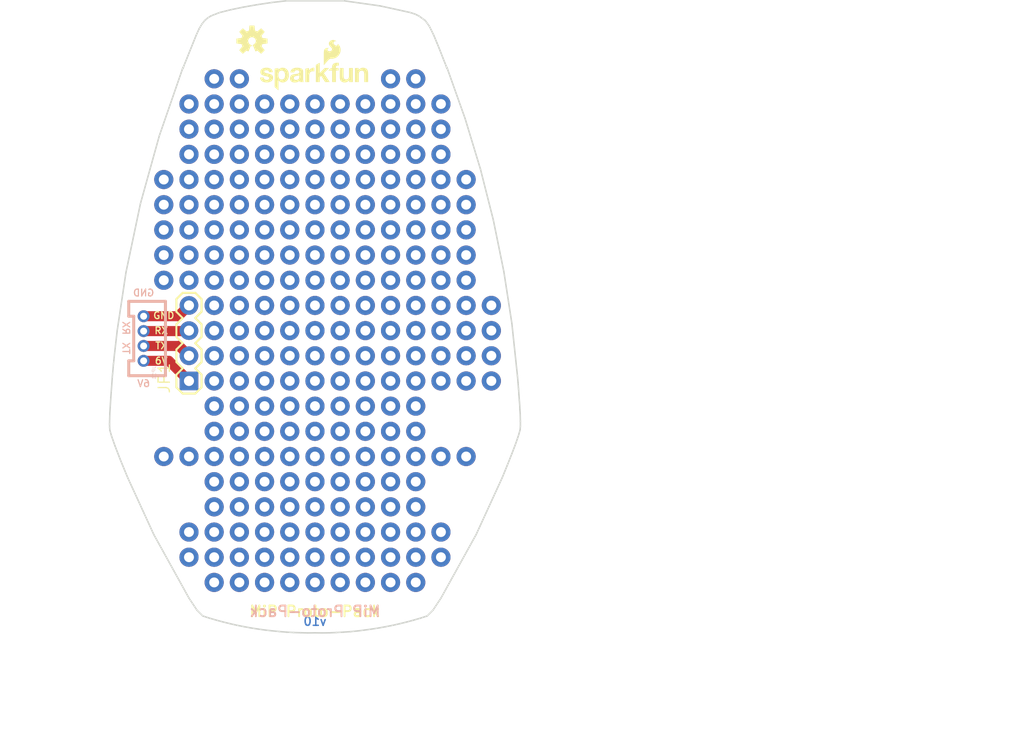
<source format=kicad_pcb>
(kicad_pcb (version 20211014) (generator pcbnew)
  (layers (0 "F.Cu" signal) (1 "In1.Cu" signal) (2 "In2.Cu" signal) (31 "B.Cu" signal) (34 "B.Paste" user) (35 "F.Paste" user) (36 "B.SilkS" user "B.Silkscreen") (37 "F.SilkS" user "F.Silkscreen") (38 "B.Mask" user) (39 "F.Mask" user) (44 "Edge.Cuts" user))
  (net 0 "")
  (net 1 "6V")
  (net 2 "TX")
  (net 3 "RX")
  (net 4 "GND")
  (net 5 "N$5")
  (net 6 "N$6")
  (net 7 "N$7")
  (net 8 "N$8")
  (net 9 "N$9")
  (net 10 "N$10")
  (net 11 "N$11")
  (net 12 "N$12")
  (net 13 "N$13")
  (net 14 "N$15")
  (net 15 "N$16")
  (net 16 "N$17")
  (net 17 "N$18")
  (net 18 "N$19")
  (net 19 "N$20")
  (net 20 "N$21")
  (net 21 "N$22")
  (net 22 "N$23")
  (net 23 "N$24")
  (net 24 "N$25")
  (net 25 "N$26")
  (net 26 "N$27")
  (net 27 "N$28")
  (net 28 "N$29")
  (net 29 "N$30")
  (net 30 "N$31")
  (net 31 "N$32")
  (net 32 "N$33")
  (net 33 "N$34")
  (net 34 "N$35")
  (net 35 "N$36")
  (net 36 "N$37")
  (net 37 "N$38")
  (net 38 "N$39")
  (net 39 "N$40")
  (net 40 "N$41")
  (net 41 "N$42")
  (net 42 "N$43")
  (net 43 "N$44")
  (net 44 "N$45")
  (net 45 "N$46")
  (net 46 "N$47")
  (net 47 "N$48")
  (net 48 "N$49")
  (net 49 "N$50")
  (net 50 "N$51")
  (net 51 "N$52")
  (net 52 "N$53")
  (net 53 "N$54")
  (net 54 "N$55")
  (net 55 "N$56")
  (net 56 "N$57")
  (net 57 "N$58")
  (net 58 "N$59")
  (net 59 "N$60")
  (net 60 "N$61")
  (net 61 "N$62")
  (net 62 "N$63")
  (net 63 "N$64")
  (net 64 "N$65")
  (net 65 "N$66")
  (net 66 "N$67")
  (net 67 "N$68")
  (net 68 "N$69")
  (net 69 "N$70")
  (net 70 "N$71")
  (net 71 "N$72")
  (net 72 "N$73")
  (net 73 "N$74")
  (net 74 "N$75")
  (net 75 "N$76")
  (net 76 "N$77")
  (net 77 "N$78")
  (net 78 "N$79")
  (net 79 "N$80")
  (net 80 "N$81")
  (net 81 "N$82")
  (net 82 "N$83")
  (net 83 "N$84")
  (net 84 "N$85")
  (net 85 "N$86")
  (net 86 "N$87")
  (net 87 "N$88")
  (net 88 "N$89")
  (net 89 "N$90")
  (net 90 "N$91")
  (net 91 "N$92")
  (net 92 "N$93")
  (net 93 "N$94")
  (net 94 "N$95")
  (net 95 "N$96")
  (net 96 "N$97")
  (net 97 "N$98")
  (net 98 "N$99")
  (net 99 "N$100")
  (net 100 "N$101")
  (net 101 "N$102")
  (net 102 "N$103")
  (net 103 "N$104")
  (net 104 "N$105")
  (net 105 "N$106")
  (net 106 "N$107")
  (net 107 "N$108")
  (net 108 "N$109")
  (net 109 "N$110")
  (net 110 "N$111")
  (net 111 "N$112")
  (net 112 "N$113")
  (net 113 "N$114")
  (net 114 "N$115")
  (net 115 "N$116")
  (net 116 "N$117")
  (net 117 "N$118")
  (net 118 "N$119")
  (net 119 "N$120")
  (net 120 "N$121")
  (net 121 "N$122")
  (net 122 "N$123")
  (net 123 "N$124")
  (net 124 "N$125")
  (net 125 "N$126")
  (net 126 "N$127")
  (net 127 "N$128")
  (net 128 "N$129")
  (net 129 "N$130")
  (net 130 "N$131")
  (net 131 "N$132")
  (net 132 "N$133")
  (net 133 "N$134")
  (net 134 "N$135")
  (net 135 "N$136")
  (net 136 "N$137")
  (net 137 "N$138")
  (net 138 "N$139")
  (net 139 "N$140")
  (net 140 "N$141")
  (net 141 "N$142")
  (net 142 "N$143")
  (net 143 "N$144")
  (net 144 "N$145")
  (net 145 "N$146")
  (net 146 "N$147")
  (net 147 "N$148")
  (net 148 "N$149")
  (net 149 "N$150")
  (net 150 "N$151")
  (net 151 "N$152")
  (net 152 "N$153")
  (net 153 "N$154")
  (net 154 "N$155")
  (net 155 "N$156")
  (net 156 "N$157")
  (net 157 "N$158")
  (net 158 "N$159")
  (net 159 "N$160")
  (net 160 "N$161")
  (net 161 "N$162")
  (net 162 "N$163")
  (net 163 "N$164")
  (net 164 "N$165")
  (net 165 "N$166")
  (net 166 "N$167")
  (net 167 "N$168")
  (net 168 "N$169")
  (net 169 "N$170")
  (net 170 "N$177")
  (net 171 "N$178")
  (net 172 "N$179")
  (net 173 "N$180")
  (net 174 "N$181")
  (net 175 "N$182")
  (net 176 "N$183")
  (net 177 "N$184")
  (net 178 "N$185")
  (net 179 "N$186")
  (net 180 "N$187")
  (net 181 "N$188")
  (net 182 "N$189")
  (net 183 "N$190")
  (net 184 "N$191")
  (net 185 "N$192")
  (net 186 "N$193")
  (net 187 "N$194")
  (net 188 "N$195")
  (net 189 "N$196")
  (net 190 "N$197")
  (net 191 "N$198")
  (net 192 "N$199")
  (net 193 "N$200")
  (net 194 "N$201")
  (net 195 "N$202")
  (net 196 "N$203")
  (net 197 "N$204")
  (net 198 "N$205")
  (net 199 "N$206")
  (net 200 "N$207")
  (net 201 "N$208")
  (net 202 "N$209")
  (net 203 "N$210")
  (net 204 "N$211")
  (net 205 "N$212")
  (net 206 "N$213")
  (net 207 "N$214")
  (net 208 "N$215")
  (net 209 "N$216")
  (net 210 "N$217")
  (net 211 "N$218")
  (net 212 "N$219")
  (net 213 "N$220")
  (net 214 "N$221")
  (net 215 "N$222")
  (net 216 "N$223")
  (net 217 "N$224")
  (net 218 "N$225")
  (net 219 "N$226")
  (net 220 "N$227")
  (net 221 "N$228")
  (net 222 "N$229")
  (net 223 "N$230")
  (net 224 "N$231")
  (net 225 "N$232")
  (net 226 "N$233")
  (net 227 "N$234")
  (net 228 "N$235")
  (net 229 "N$236")
  (net 230 "N$239")
  (net 231 "N$249")
  (net 232 "N$250")
  (net 233 "N$251")
  (net 234 "N$252")
  (footprint "" (layer "F.Cu") (at 156.2725 77.1318)
    (fp_text reference "@HOLE1" hide)
    (fp_text value "" (at 0 0) (layer "F.SilkS") (effects (font (size 1.27 1.27))))
    (pad "" np_thru_hole circle (at 0 0) (size 3.2 3.2) (drill 3.2) (layers *.Cu *.Mask))
  )
  (footprint "" (layer "F.Cu") (at 162.7749 115.435)
    (fp_text reference "@HOLE2" hide)
    (fp_text value "" (at 0 0) (layer "F.SilkS") (effects (font (size 1.27 1.27))))
    (pad "" np_thru_hole circle (at 0 0) (size 3.2 3.2) (drill 3.2) (layers *.Cu *.Mask))
  )
  (footprint "" (layer "F.Cu") (at 132.9807 123.1058)
    (fp_text reference "@HOLE3" hide)
    (fp_text value "" (at 0 0) (layer "F.SilkS") (effects (font (size 1.27 1.27))))
    (pad "" np_thru_hole circle (at 0 0) (size 3.2 3.2) (drill 3.2) (layers *.Cu *.Mask))
  )
  (footprint "boardEagle:SFE_LOGO_NAME_FLAME_.1" (layer "F.Cu") (at 142.5311 82.2626)
    (fp_text reference "LOGO1" hide)
    (fp_text value "SFE_LOGO_NAME_FLAME.1_INCH" hide)
  )
  (footprint "boardEagle:OSHW-LOGO-S" (layer "F.Cu") (at 142.1501 77.1826)
    (fp_text reference "LOGO2" hide)
    (fp_text value "OSHW-LOGOS" hide)
  )
  (footprint "" (layer "F.Cu") (at 148.5001 75.6078)
    (fp_text reference "@HOLE0" hide)
    (fp_text value "" (at 0 0) (layer "F.SilkS") (effects (font (size 1.27 1.27))))
    (pad "" np_thru_hole circle (at 0 0) (size 3.2 3.2) (drill 3.2) (layers *.Cu *.Mask))
  )
  (footprint "boardEagle:1X04" (layer "F.Cu") (at 135.8001 111.4726 90)
    (fp_text reference "JP1" (at -1.3462 -1.8288 90) (layer "F.SilkS") (effects (font (size 1.143 1.143) (thickness 0.127)) (justify left bottom)))
    (fp_text value "")
    (pad "1" thru_hole rect (at 0 0 180) (size 1.8796 1.8796) (drill 1.016) (layers *.Cu *.Mask) (net 1 "6V"))
    (pad "2" thru_hole circle (at 2.54 0 180) (size 1.8796 1.8796) (drill 1.016) (layers *.Cu *.Mask) (net 2 "TX"))
    (pad "3" thru_hole circle (at 5.08 0 180) (size 1.8796 1.8796) (drill 1.016) (layers *.Cu *.Mask) (net 3 "RX"))
    (pad "4" thru_hole circle (at 7.62 0 180) (size 1.8796 1.8796) (drill 1.016) (layers *.Cu *.Mask) (net 4 "GND"))
  )
  (footprint "" (layer "F.Cu") (at 164.0195 123.1058)
    (fp_text reference "@HOLE4" hide)
    (fp_text value "" (at 0 0) (layer "F.SilkS") (effects (font (size 1.27 1.27))))
    (pad "" np_thru_hole circle (at 0 0) (size 3.2 3.2) (drill 3.2) (layers *.Cu *.Mask))
  )
  (footprint "" (layer "F.Cu") (at 134.2761 115.435)
    (fp_text reference "@HOLE5" hide)
    (fp_text value "" (at 0 0) (layer "F.SilkS") (effects (font (size 1.27 1.27))))
    (pad "" np_thru_hole circle (at 0 0) (size 3.2 3.2) (drill 3.2) (layers *.Cu *.Mask))
  )
  (footprint "boardEagle:CREATIVE_COMMONS" (layer "F.Cu") (at 137.0701 147.0326)
    (fp_text reference "FRAME1" hide)
    (fp_text value "FRAME-LETTER" hide)
  )
  (footprint "boardEagle:1X04-1.5MM_JST" (layer "B.Cu") (at 131.2281 109.4406 90)
    (fp_text reference "JP11" (at -0.508 1.27 270) (layer "B.SilkS") (effects (font (size 0.373888 0.373888) (thickness 0.032512)) (justify left bottom mirror)))
    (fp_text value "")
    (pad "1" thru_hole circle (at 0 0 90) (size 1.208 1.208) (drill 0.7) (layers *.Cu *.Mask) (net 1 "6V"))
    (pad "2" thru_hole circle (at 1.5 0 90) (size 1.208 1.208) (drill 0.7) (layers *.Cu *.Mask) (net 2 "TX"))
    (pad "3" thru_hole circle (at 3 0 90) (size 1.208 1.208) (drill 0.7) (layers *.Cu *.Mask) (net 3 "RX"))
    (pad "4" thru_hole circle (at 4.5 0 90) (size 1.208 1.208) (drill 0.7) (layers *.Cu *.Mask) (net 4 "GND"))
  )
  (gr_line (start 169.1811 116.3886) (end 169.2111 116.0486) (layer "Edge.Cuts") (width 0.153))
  (gr_line (start 151.3911 73.1186) (end 145.6611 73.1186) (layer "Edge.Cuts") (width 0.153))
  (gr_line (start 169.1011 113.4086) (end 169.0611 112.8586) (layer "Edge.Cuts") (width 0.153))
  (gr_line (start 135.2111 79.8786) (end 135.2011 79.8886) (layer "Edge.Cuts") (width 0.153))
  (gr_line (start 160.8011 77.3786) (end 160.4711 76.5886) (layer "Edge.Cuts") (width 0.153))
  (gr_line (start 147.0611 136.8686) (end 147.7811 136.8886) (layer "Edge.Cuts") (width 0.153))
  (gr_line (start 160.0311 75.6886) (end 159.6211 75.1186) (layer "Edge.Cuts") (width 0.153))
  (gr_line (start 137.1111 75.4586) (end 136.8211 75.9486) (layer "Edge.Cuts") (width 0.153))
  (gr_line (start 156.3511 136.1186) (end 157.0511 135.9586) (layer "Edge.Cuts") (width 0.153))
  (gr_line (start 161.7911 79.8786) (end 161.7811 79.8586) (layer "Edge.Cuts") (width 0.153))
  (gr_line (start 128.3411 118.0186) (end 128.8811 119.4186) (layer "Edge.Cuts") (width 0.153))
  (gr_line (start 164.7511 126.9586) (end 167.3811 121.2186) (layer "Edge.Cuts") (width 0.153))
  (gr_line (start 137.8711 135.3986) (end 138.5611 135.5986) (layer "Edge.Cuts") (width 0.153))
  (gr_line (start 169.1911 114.7786) (end 169.1611 114.3686) (layer "Edge.Cuts") (width 0.153))
  (gr_line (start 145.6611 73.1186) (end 144.1111 73.2986) (layer "Edge.Cuts") (width 0.153))
  (gr_line (start 169.1411 113.9086) (end 169.1011 113.4086) (layer "Edge.Cuts") (width 0.153))
  (gr_line (start 168.7011 117.8886) (end 168.9011 117.3186) (layer "Edge.Cuts") (width 0.153))
  (gr_line (start 169.0511 116.8586) (end 169.1811 116.3886) (layer "Edge.Cuts") (width 0.153))
  (gr_line (start 152.8011 136.6886) (end 153.5111 136.5986) (layer "Edge.Cuts") (width 0.153))
  (gr_line (start 135.2311 79.8186) (end 135.2311 79.8286) (layer "Edge.Cuts") (width 0.153))
  (gr_line (start 135.2411 79.7986) (end 135.2311 79.8186) (layer "Edge.Cuts") (width 0.153))
  (gr_line (start 158.5711 74.4586) (end 158.1211 74.3086) (layer "Edge.Cuts") (width 0.153))
  (gr_line (start 161.4311 78.9686) (end 161.1211 78.1686) (layer "Edge.Cuts") (width 0.153))
  (gr_line (start 136.6111 134.5986) (end 137.1911 135.1786) (layer "Edge.Cuts") (width 0.153))
  (gr_line (start 163.6411 85.0186) (end 161.8611 80.0086) (layer "Edge.Cuts") (width 0.153))
  (gr_line (start 143.4811 136.5986) (end 144.2011 136.6786) (layer "Edge.Cuts") (width 0.153))
  (gr_line (start 161.8111 79.9086) (end 161.8011 79.8886) (layer "Edge.Cuts") (width 0.153))
  (gr_line (start 128.1011 110.7486) (end 128.0711 111.0986) (layer "Edge.Cuts") (width 0.153))
  (gr_line (start 161.8111 79.9186) (end 161.8111 79.9086) (layer "Edge.Cuts") (width 0.153))
  (gr_line (start 135.2311 79.8286) (end 135.2211 79.8486) (layer "Edge.Cuts") (width 0.153))
  (gr_line (start 161.7511 79.7886) (end 161.7511 79.7686) (layer "Edge.Cuts") (width 0.153))
  (gr_line (start 161.8011 79.8886) (end 161.7911 79.8786) (layer "Edge.Cuts") (width 0.153))
  (gr_line (start 136.5311 76.5886) (end 135.2511 79.7686) (layer "Edge.Cuts") (width 0.153))
  (gr_line (start 140.6511 136.1186) (end 141.3611 136.2586) (layer "Edge.Cuts") (width 0.153))
  (gr_line (start 160.4711 76.5886) (end 160.0311 75.6886) (layer "Edge.Cuts") (width 0.153))
  (gr_line (start 128.1611 110.0686) (end 128.1011 110.7486) (layer "Edge.Cuts") (width 0.153))
  (gr_line (start 159.6211 75.1186) (end 158.9711 74.6486) (layer "Edge.Cuts") (width 0.153))
  (gr_line (start 127.8011 116.1786) (end 127.8211 116.4186) (layer "Edge.Cuts") (width 0.153))
  (gr_line (start 137.1911 135.1786) (end 137.8711 135.3986) (layer "Edge.Cuts") (width 0.153))
  (gr_line (start 161.7811 79.8586) (end 161.7811 79.8486) (layer "Edge.Cuts") (width 0.153))
  (gr_line (start 142.7711 136.4986) (end 143.4811 136.5986) (layer "Edge.Cuts") (width 0.153))
  (gr_line (start 140.0411 74.0186) (end 138.8811 74.3086) (layer "Edge.Cuts") (width 0.153))
  (gr_line (start 161.7511 79.7686) (end 161.4311 78.9686) (layer "Edge.Cuts") (width 0.153))
  (gr_line (start 146.3511 136.8486) (end 147.0611 136.8686) (layer "Edge.Cuts") (width 0.153))
  (gr_line (start 169.2111 115.5286) (end 169.1911 114.7786) (layer "Edge.Cuts") (width 0.153))
  (gr_line (start 161.8511 79.9886) (end 161.8411 79.9786) (layer "Edge.Cuts") (width 0.153))
  (gr_line (start 135.2511 79.7886) (end 135.2411 79.7986) (layer "Edge.Cuts") (width 0.153))
  (gr_line (start 137.3911 75.1086) (end 137.1111 75.4586) (layer "Edge.Cuts") (width 0.153))
  (gr_line (start 169.2111 116.0486) (end 169.2111 115.5286) (layer "Edge.Cuts") (width 0.153))
  (gr_line (start 166.4811 95.2386) (end 165.1811 90.0986) (layer "Edge.Cuts") (width 0.153))
  (gr_line (start 141.3611 136.2586) (end 142.0611 136.3886) (layer "Edge.Cuts") (width 0.153))
  (gr_line (start 135.1611 79.9586) (end 135.1511 79.9786) (layer "Edge.Cuts") (width 0.153))
  (gr_line (start 135.2111 79.8586) (end 135.2111 79.8786) (layer "Edge.Cuts") (width 0.153))
  (gr_line (start 168.3511 105.6786) (end 167.5411 100.4386) (layer "Edge.Cuts") (width 0.153))
  (gr_line (start 161.7811 79.8486) (end 161.7711 79.8286) (layer "Edge.Cuts") (width 0.153))
  (gr_line (start 129.6211 121.2186) (end 132.2511 126.9586) (layer "Edge.Cuts") (width 0.153))
  (gr_line (start 150.6511 136.8486) (end 151.3711 136.8086) (layer "Edge.Cuts") (width 0.153))
  (gr_line (start 161.1211 78.1686) (end 160.8011 77.3786) (layer "Edge.Cuts") (width 0.153))
  (gr_line (start 161.8311 79.9486) (end 161.8211 79.9286) (layer "Edge.Cuts") (width 0.153))
  (gr_line (start 167.5411 100.4386) (end 166.4811 95.2386) (layer "Edge.Cuts") (width 0.153))
  (gr_line (start 158.1211 74.3086) (end 155.0711 73.6386) (layer "Edge.Cuts") (width 0.153))
  (gr_line (start 138.0311 74.6386) (end 137.6811 74.8586) (layer "Edge.Cuts") (width 0.153))
  (gr_line (start 141.2911 73.7586) (end 140.0411 74.0186) (layer "Edge.Cuts") (width 0.153))
  (gr_line (start 135.1911 79.9086) (end 135.1911 79.9186) (layer "Edge.Cuts") (width 0.153))
  (gr_line (start 157.0511 135.9586) (end 157.7411 135.7886) (layer "Edge.Cuts") (width 0.153))
  (gr_line (start 128.1911 109.7186) (end 128.1611 110.0686) (layer "Edge.Cuts") (width 0.153))
  (gr_line (start 135.2511 79.7686) (end 135.2511 79.7886) (layer "Edge.Cuts") (width 0.153))
  (gr_line (start 161.7711 79.8286) (end 161.7711 79.8186) (layer "Edge.Cuts") (width 0.153))
  (gr_line (start 144.1111 73.2986) (end 142.6511 73.5186) (layer "Edge.Cuts") (width 0.153))
  (gr_line (start 127.9911 117.0186) (end 128.3411 118.0186) (layer "Edge.Cuts") (width 0.153))
  (gr_line (start 127.8211 116.4186) (end 127.9911 117.0186) (layer "Edge.Cuts") (width 0.153))
  (gr_line (start 127.9211 113.1486) (end 127.8211 114.7186) (layer "Edge.Cuts") (width 0.153))
  (gr_line (start 136.8211 75.9486) (end 136.5311 76.5886) (layer "Edge.Cuts") (width 0.153))
  (gr_line (start 149.2211 136.8886) (end 149.9411 136.8786) (layer "Edge.Cuts") (width 0.153))
  (gr_line (start 135.1811 79.9286) (end 135.1711 79.9486) (layer "Edge.Cuts") (width 0.153))
  (gr_line (start 139.2611 135.7886) (end 139.9511 135.9586) (layer "Edge.Cuts") (width 0.153))
  (gr_line (start 153.5111 136.5986) (end 154.2311 136.4986) (layer "Edge.Cuts") (width 0.153))
  (gr_line (start 128.2611 109.0386) (end 128.2311 109.3786) (layer "Edge.Cuts") (width 0.153))
  (gr_line (start 144.9111 136.7486) (end 145.6311 136.8086) (layer "Edge.Cuts") (width 0.153))
  (gr_line (start 139.9511 135.9586) (end 140.6511 136.1186) (layer "Edge.Cuts") (width 0.153))
  (gr_line (start 161.8211 79.9286) (end 161.8111 79.9186) (layer "Edge.Cuts") (width 0.153))
  (gr_line (start 158.9711 74.6486) (end 158.5711 74.4586) (layer "Edge.Cuts") (width 0.153))
  (gr_line (start 132.2511 126.9586) (end 135.8011 133.3786) (layer "Edge.Cuts") (width 0.153))
  (gr_line (start 135.8011 133.3786) (end 136.6111 134.5986) (layer "Edge.Cuts") (width 0.153))
  (gr_line (start 159.1311 135.3986) (end 159.8111 135.1786) (layer "Edge.Cuts") (width 0.153))
  (gr_line (start 137.6811 74.8586) (end 137.3911 75.1086) (layer "Edge.Cuts") (width 0.153))
  (gr_line (start 135.1411 80.0086) (end 132.8111 86.7386) (layer "Edge.Cuts") (width 0.153))
  (gr_line (start 168.9111 110.9486) (end 168.3511 105.6786) (layer "Edge.Cuts") (width 0.153))
  (gr_line (start 169.0611 112.8586) (end 169.0211 112.2686) (layer "Edge.Cuts") (width 0.153))
  (gr_line (start 165.1811 90.0986) (end 163.6411 85.0186) (layer "Edge.Cuts") (width 0.153))
  (gr_line (start 138.8811 74.3086) (end 138.0311 74.6386) (layer "Edge.Cuts") (width 0.153))
  (gr_line (start 161.2011 133.3786) (end 164.7511 126.9586) (layer "Edge.Cuts") (width 0.153))
  (gr_line (start 161.7611 79.7986) (end 161.7511 79.7886) (layer "Edge.Cuts") (width 0.153))
  (gr_line (start 135.2211 79.8486) (end 135.2111 79.8586) (layer "Edge.Cuts") (width 0.153))
  (gr_line (start 147.7811 136.8886) (end 148.5011 136.8786) (layer "Edge.Cuts") (width 0.153))
  (gr_line (start 159.8111 135.1786) (end 160.3911 134.5986) (layer "Edge.Cuts") (width 0.153))
  (gr_line (start 167.9111 119.9186) (end 168.3511 118.8086) (layer "Edge.Cuts") (width 0.153))
  (gr_line (start 161.8411 79.9586) (end 161.8311 79.9486) (layer "Edge.Cuts") (width 0.153))
  (gr_line (start 135.2011 79.8886) (end 135.1911 79.9086) (layer "Edge.Cuts") (width 0.153))
  (gr_line (start 127.8211 114.7186) (end 127.7911 115.8086) (layer "Edge.Cuts") (width 0.153))
  (gr_line (start 161.8611 80.0086) (end 161.8511 79.9886) (layer "Edge.Cuts") (width 0.153))
  (gr_line (start 168.3511 118.8086) (end 168.7011 117.8886) (layer "Edge.Cuts") (width 0.153))
  (gr_line (start 168.9711 111.6286) (end 168.9111 110.9486) (layer "Edge.Cuts") (width 0.153))
  (gr_line (start 154.9411 136.3886) (end 155.6411 136.2586) (layer "Edge.Cuts") (width 0.153))
  (gr_line (start 128.5611 106.4186) (end 128.2611 109.0386) (layer "Edge.Cuts") (width 0.153))
  (gr_line (start 161.7711 79.8186) (end 161.7611 79.7986) (layer "Edge.Cuts") (width 0.153))
  (gr_line (start 135.1711 79.9486) (end 135.1611 79.9586) (layer "Edge.Cuts") (width 0.153))
  (gr_line (start 127.7911 115.8086) (end 127.8011 116.1786) (layer "Edge.Cuts") (width 0.153))
  (gr_line (start 154.2311 136.4986) (end 154.9411 136.3886) (layer "Edge.Cuts") (width 0.153))
  (gr_line (start 144.2011 136.6786) (end 144.9111 136.7486) (layer "Edge.Cuts") (width 0.153))
  (gr_line (start 145.6311 136.8086) (end 146.3511 136.8486) (layer "Edge.Cuts") (width 0.153))
  (gr_line (start 167.3811 121.2186) (end 167.9111 119.9186) (layer "Edge.Cuts") (width 0.153))
  (gr_line (start 168.9011 117.3186) (end 169.0511 116.8586) (layer "Edge.Cuts") (width 0.153))
  (gr_line (start 169.0211 112.2686) (end 168.9711 111.6286) (layer "Edge.Cuts") (width 0.153))
  (gr_line (start 158.4411 135.5986) (end 159.1311 135.3986) (layer "Edge.Cuts") (width 0.153))
  (gr_line (start 157.7411 135.7886) (end 158.4411 135.5986) (layer "Edge.Cuts") (width 0.153))
  (gr_line (start 132.8111 86.7386) (end 130.9111 93.5686) (layer "Edge.Cuts") (width 0.153))
  (gr_line (start 142.0611 136.3886) (end 142.7711 136.4986) (layer "Edge.Cuts") (width 0.153))
  (gr_line (start 155.6411 136.2586) (end 156.3511 136.1186) (layer "Edge.Cuts") (width 0.153))
  (gr_line (start 135.1911 79.9186) (end 135.1811 79.9286) (layer "Edge.Cuts") (width 0.153))
  (gr_line (start 128.0711 111.0986) (end 127.9211 113.1486) (layer "Edge.Cuts") (width 0.153))
  (gr_line (start 129.4511 100.5086) (end 128.5611 106.4186) (layer "Edge.Cuts") (width 0.153))
  (gr_line (start 130.9111 93.5686) (end 129.4511 100.5086) (layer "Edge.Cuts") (width 0.153))
  (gr_line (start 148.5011 136.8786) (end 149.2211 136.8886) (layer "Edge.Cuts") (width 0.153))
  (gr_line (start 128.8811 119.4186) (end 129.6211 121.2186) (layer "Edge.Cuts") (width 0.153))
  (gr_line (start 160.3911 134.5986) (end 161.2011 133.3786) (layer "Edge.Cuts") (width 0.153))
  (gr_line (start 161.8411 79.9786) (end 161.8411 79.9586) (layer "Edge.Cuts") (width 0.153))
  (gr_line (start 169.1611 114.3686) (end 169.1411 113.9086) (layer "Edge.Cuts") (width 0.153))
  (gr_line (start 128.2311 109.3786) (end 128.1911 109.7186) (layer "Edge.Cuts") (width 0.153))
  (gr_line (start 135.1511 79.9786) (end 135.1511 79.9886) (layer "Edge.Cuts") (width 0.153))
  (gr_line (start 142.6511 73.5186) (end 141.2911 73.7586) (layer "Edge.Cuts") (width 0.153))
  (gr_line (start 138.5611 135.5986) (end 139.2611 135.7886) (layer "Edge.Cuts") (width 0.153))
  (gr_line (start 152.0911 136.7586) (end 152.8011 136.6886) (layer "Edge.Cuts") (width 0.153))
  (gr_line (start 149.9411 136.8786) (end 150.6511 136.8486) (layer "Edge.Cuts") (width 0.153))
  (gr_line (start 151.3711 136.8086) (end 152.0911 136.7586) (layer "Edge.Cuts") (width 0.153))
  (gr_line (start 135.1511 79.9886) (end 135.1411 80.0086) (layer "Edge.Cuts") (width 0.153))
  (gr_line (start 155.0711 73.6386) (end 151.3911 73.1186) (layer "Edge.Cuts") (width 0.153))
  (gr_text "v10" (at 148.5001 135.7296) (layer "B.Cu") (effects (font (size 0.8636 0.8636) (thickness 0.1524)) (justify mirror)))
  (gr_text "RX" (at 129.4501 106.1386 -90) (layer "B.SilkS") (effects (font (size 0.69088 0.69088) (thickness 0.12192)) (justify mirror)))
  (gr_text "MiP Proto-Pack" (at 148.5001 134.7136) (layer "B.SilkS") (effects (font (size 1.0795 1.0795) (thickness 0.1905)) (justify mirror)))
  (gr_text "6V" (at 131.2281 111.7266) (layer "B.SilkS") (effects (font (size 0.69088 0.69088) (thickness 0.12192)) (justify mirror)))
  (gr_text "GND" (at 131.2281 102.5826) (layer "B.SilkS") (effects (font (size 0.69088 0.69088) (thickness 0.12192)) (justify mirror)))
  (gr_text "TX" (at 129.4501 108.1706 -90) (layer "B.SilkS") (effects (font (size 0.69088 0.69088) (thickness 0.12192)) (justify mirror)))
  (gr_text "MiP Proto-Pack" (at 148.5001 134.7136) (layer "F.SilkS") (effects (font (size 1.0795 1.0795) (thickness 0.1905))))
  (gr_text "TX" (at 133.0061 107.9166) (layer "F.SilkS") (effects (font (size 0.69088 0.69088) (thickness 0.12192))))
  (gr_text "GND" (at 133.2601 104.8686) (layer "F.SilkS") (effects (font (size 0.69088 0.69088) (thickness 0.12192))))
  (gr_text "RX" (at 133.0061 106.3926) (layer "F.SilkS") (effects (font (size 0.69088 0.69088) (thickness 0.12192))))
  (gr_text "6V" (at 133.0061 109.4406) (layer "F.SilkS") (effects (font (size 0.69088 0.69088) (thickness 0.12192))))
  (segment (start 133.7681 109.4406) (end 135.8001 111.4726) (width 1.016) (layer "F.Cu") (net 1))
  (segment (start 131.2281 109.4406) (end 133.7681 109.4406) (width 1.016) (layer "F.Cu") (net 1))
  (segment (start 131.2281 107.9406) (end 134.8081 107.9406) (width 1.016) (layer "F.Cu") (net 2))
  (segment (start 134.8081 107.9406) (end 135.8001 108.9326) (width 1.016) (layer "F.Cu") (net 2))
  (segment (start 131.2281 106.4406) (end 135.7521 106.4406) (width 1.016) (layer "F.Cu") (net 3))
  (segment (start 135.7521 106.4406) (end 135.8001 106.3926) (width 1.016) (layer "F.Cu") (net 3))
  (segment (start 134.7121 104.9406) (end 135.8001 103.8526) (width 1.016) (layer "F.Cu") (net 4))
  (segment (start 131.2281 104.9406) (end 134.7121 104.9406) (width 1.016) (layer "F.Cu") (net 4))
  (via (at 138.3401 103.8526) (size 1.9304) (drill 1) (layers "F.Cu" "B.Cu") (net 5))
  (via (at 138.3401 106.3926) (size 1.9304) (drill 1) (layers "F.Cu" "B.Cu") (net 6))
  (via (at 138.3401 108.9326) (size 1.9304) (drill 1) (layers "F.Cu" "B.Cu") (net 7))
  (via (at 138.3401 111.4726) (size 1.9304) (drill 1) (layers "F.Cu" "B.Cu") (net 8))
  (via (at 138.3401 114.0126) (size 1.9304) (drill 1) (layers "F.Cu" "B.Cu") (net 9))
  (via (at 138.3401 116.5526) (size 1.9304) (drill 1) (layers "F.Cu" "B.Cu") (net 10))
  (via (at 140.8801 116.5526) (size 1.9304) (drill 1) (layers "F.Cu" "B.Cu") (net 11))
  (via (at 140.8801 114.0126) (size 1.9304) (drill 1) (layers "F.Cu" "B.Cu") (net 12))
  (via (at 140.8801 111.4726) (size 1.9304) (drill 1) (layers "F.Cu" "B.Cu") (net 13))
  (via (at 140.8801 108.9326) (size 1.9304) (drill 1) (layers "F.Cu" "B.Cu") (net 14))
  (via (at 140.8801 106.3926) (size 1.9304) (drill 1) (layers "F.Cu" "B.Cu") (net 15))
  (via (at 140.8801 103.8526) (size 1.9304) (drill 1) (layers "F.Cu" "B.Cu") (net 16))
  (via (at 140.8801 101.3126) (size 1.9304) (drill 1) (layers "F.Cu" "B.Cu") (net 17))
  (via (at 138.3401 101.3126) (size 1.9304) (drill 1) (layers "F.Cu" "B.Cu") (net 18))
  (via (at 135.8001 101.3126) (size 1.9304) (drill 1) (layers "F.Cu" "B.Cu") (net 19))
  (via (at 135.8001 98.7726) (size 1.9304) (drill 1) (layers "F.Cu" "B.Cu") (net 20))
  (via (at 138.3401 98.7726) (size 1.9304) (drill 1) (layers "F.Cu" "B.Cu") (net 21))
  (via (at 140.8801 98.7726) (size 1.9304) (drill 1) (layers "F.Cu" "B.Cu") (net 22))
  (via (at 143.4201 98.7726) (size 1.9304) (drill 1) (layers "F.Cu" "B.Cu") (net 23))
  (via (at 143.4201 101.3126) (size 1.9304) (drill 1) (layers "F.Cu" "B.Cu") (net 24))
  (via (at 143.4201 103.8526) (size 1.9304) (drill 1) (layers "F.Cu" "B.Cu") (net 25))
  (via (at 143.4201 106.3926) (size 1.9304) (drill 1) (layers "F.Cu" "B.Cu") (net 26))
  (via (at 143.4201 108.9326) (size 1.9304) (drill 1) (layers "F.Cu" "B.Cu") (net 27))
  (via (at 143.4201 111.4726) (size 1.9304) (drill 1) (layers "F.Cu" "B.Cu") (net 28))
  (via (at 143.4201 114.0126) (size 1.9304) (drill 1) (layers "F.Cu" "B.Cu") (net 29))
  (via (at 143.4201 116.5526) (size 1.9304) (drill 1) (layers "F.Cu" "B.Cu") (net 30))
  (via (at 148.5001 116.5526) (size 1.9304) (drill 1) (layers "F.Cu" "B.Cu") (net 31))
  (via (at 145.9601 116.5526) (size 1.9304) (drill 1) (layers "F.Cu" "B.Cu") (net 32))
  (via (at 145.9601 114.0126) (size 1.9304) (drill 1) (layers "F.Cu" "B.Cu") (net 33))
  (via (at 145.9601 111.4726) (size 1.9304) (drill 1) (layers "F.Cu" "B.Cu") (net 34))
  (via (at 145.9601 108.9326) (size 1.9304) (drill 1) (layers "F.Cu" "B.Cu") (net 35))
  (via (at 145.9601 106.3926) (size 1.9304) (drill 1) (layers "F.Cu" "B.Cu") (net 36))
  (via (at 145.9601 103.8526) (size 1.9304) (drill 1) (layers "F.Cu" "B.Cu") (net 37))
  (via (at 145.9601 101.3126) (size 1.9304) (drill 1) (layers "F.Cu" "B.Cu") (net 38))
  (via (at 145.9601 98.7726) (size 1.9304) (drill 1) (layers "F.Cu" "B.Cu") (net 39))
  (via (at 145.9601 96.2326) (size 1.9304) (drill 1) (layers "F.Cu" "B.Cu") (net 40))
  (via (at 143.4201 96.2326) (size 1.9304) (drill 1) (layers "F.Cu" "B.Cu") (net 41))
  (via (at 140.8801 96.2326) (size 1.9304) (drill 1) (layers "F.Cu" "B.Cu") (net 42))
  (via (at 138.3401 96.2326) (size 1.9304) (drill 1) (layers "F.Cu" "B.Cu") (net 43))
  (via (at 135.8001 96.2326) (size 1.9304) (drill 1) (layers "F.Cu" "B.Cu") (net 44))
  (via (at 133.2601 96.2326) (size 1.9304) (drill 1) (layers "F.Cu" "B.Cu") (net 45))
  (via (at 133.2601 98.7726) (size 1.9304) (drill 1) (layers "F.Cu" "B.Cu") (net 46))
  (via (at 133.2601 101.3126) (size 1.9304) (drill 1) (layers "F.Cu" "B.Cu") (net 47))
  (via (at 148.5001 96.2326) (size 1.9304) (drill 1) (layers "F.Cu" "B.Cu") (net 48))
  (via (at 148.5001 101.3126) (size 1.9304) (drill 1) (layers "F.Cu" "B.Cu") (net 49))
  (via (at 148.5001 98.7726) (size 1.9304) (drill 1) (layers "F.Cu" "B.Cu") (net 50))
  (via (at 148.5001 103.8526) (size 1.9304) (drill 1) (layers "F.Cu" "B.Cu") (net 51))
  (via (at 148.5001 106.3926) (size 1.9304) (drill 1) (layers "F.Cu" "B.Cu") (net 52))
  (via (at 148.5001 108.9326) (size 1.9304) (drill 1) (layers "F.Cu" "B.Cu") (net 53))
  (via (at 148.5001 111.4726) (size 1.9304) (drill 1) (layers "F.Cu" "B.Cu") (net 54))
  (via (at 148.5001 114.0126) (size 1.9304) (drill 1) (layers "F.Cu" "B.Cu") (net 55))
  (via (at 151.0401 116.5526) (size 1.9304) (drill 1) (layers "F.Cu" "B.Cu") (net 56))
  (via (at 151.0401 114.0126) (size 1.9304) (drill 1) (layers "F.Cu" "B.Cu") (net 57))
  (via (at 151.0401 111.4726) (size 1.9304) (drill 1) (layers "F.Cu" "B.Cu") (net 58))
  (via (at 151.0401 108.9326) (size 1.9304) (drill 1) (layers "F.Cu" "B.Cu") (net 59))
  (via (at 151.0401 106.3926) (size 1.9304) (drill 1) (layers "F.Cu" "B.Cu") (net 60))
  (via (at 151.0401 101.3126) (size 1.9304) (drill 1) (layers "F.Cu" "B.Cu") (net 61))
  (via (at 151.0401 98.7726) (size 1.9304) (drill 1) (layers "F.Cu" "B.Cu") (net 62))
  (via (at 151.0401 96.2326) (size 1.9304) (drill 1) (layers "F.Cu" "B.Cu") (net 63))
  (via (at 153.5801 96.2326) (size 1.9304) (drill 1) (layers "F.Cu" "B.Cu") (net 64))
  (via (at 153.5801 98.7726) (size 1.9304) (drill 1) (layers "F.Cu" "B.Cu") (net 65))
  (via (at 153.5801 101.3126) (size 1.9304) (drill 1) (layers "F.Cu" "B.Cu") (net 66))
  (via (at 151.0401 103.8526) (size 1.9304) (drill 1) (layers "F.Cu" "B.Cu") (net 67))
  (via (at 153.5801 103.8526) (size 1.9304) (drill 1) (layers "F.Cu" "B.Cu") (net 68))
  (via (at 153.5801 106.3926) (size 1.9304) (drill 1) (layers "F.Cu" "B.Cu") (net 69))
  (via (at 153.5801 108.9326) (size 1.9304) (drill 1) (layers "F.Cu" "B.Cu") (net 70))
  (via (at 153.5801 111.4726) (size 1.9304) (drill 1) (layers "F.Cu" "B.Cu") (net 71))
  (via (at 153.5801 114.0126) (size 1.9304) (drill 1) (layers "F.Cu" "B.Cu") (net 72))
  (via (at 153.5801 116.5526) (size 1.9304) (drill 1) (layers "F.Cu" "B.Cu") (net 73))
  (via (at 158.6601 116.5526) (size 1.9304) (drill 1) (layers "F.Cu" "B.Cu") (net 74))
  (via (at 156.1201 116.5526) (size 1.9304) (drill 1) (layers "F.Cu" "B.Cu") (net 75))
  (via (at 156.1201 114.0126) (size 1.9304) (drill 1) (layers "F.Cu" "B.Cu") (net 76))
  (via (at 156.1201 111.4726) (size 1.9304) (drill 1) (layers "F.Cu" "B.Cu") (net 77))
  (via (at 156.1201 108.9326) (size 1.9304) (drill 1) (layers "F.Cu" "B.Cu") (net 78))
  (via (at 156.1201 106.3926) (size 1.9304) (drill 1) (layers "F.Cu" "B.Cu") (net 79))
  (via (at 156.1201 103.8526) (size 1.9304) (drill 1) (layers "F.Cu" "B.Cu") (net 80))
  (via (at 156.1201 101.3126) (size 1.9304) (drill 1) (layers "F.Cu" "B.Cu") (net 81))
  (via (at 156.1201 98.7726) (size 1.9304) (drill 1) (layers "F.Cu" "B.Cu") (net 82))
  (via (at 156.1201 96.2326) (size 1.9304) (drill 1) (layers "F.Cu" "B.Cu") (net 83))
  (via (at 158.6601 96.2326) (size 1.9304) (drill 1) (layers "F.Cu" "B.Cu") (net 84))
  (via (at 158.6601 98.7726) (size 1.9304) (drill 1) (layers "F.Cu" "B.Cu") (net 85))
  (via (at 158.6601 101.3126) (size 1.9304) (drill 1) (layers "F.Cu" "B.Cu") (net 86))
  (via (at 158.6601 106.3926) (size 1.9304) (drill 1) (layers "F.Cu" "B.Cu") (net 87))
  (via (at 158.6601 108.9326) (size 1.9304) (drill 1) (layers "F.Cu" "B.Cu") (net 88))
  (via (at 158.6601 111.4726) (size 1.9304) (drill 1) (layers "F.Cu" "B.Cu") (net 89))
  (via (at 158.6601 114.0126) (size 1.9304) (drill 1) (layers "F.Cu" "B.Cu") (net 90))
  (via (at 158.6601 103.8526) (size 1.9304) (drill 1) (layers "F.Cu" "B.Cu") (net 91))
  (via (at 161.2001 96.2326) (size 1.9304) (drill 1) (layers "F.Cu" "B.Cu") (net 92))
  (via (at 161.2001 98.7726) (size 1.9304) (drill 1) (layers "F.Cu" "B.Cu") (net 93))
  (via (at 161.2001 101.3126) (size 1.9304) (drill 1) (layers "F.Cu" "B.Cu") (net 94))
  (via (at 161.2001 103.8526) (size 1.9304) (drill 1) (layers "F.Cu" "B.Cu") (net 95))
  (via (at 161.2001 106.3926) (size 1.9304) (drill 1) (layers "F.Cu" "B.Cu") (net 96))
  (via (at 161.2001 108.9326) (size 1.9304) (drill 1) (layers "F.Cu" "B.Cu") (net 97))
  (via (at 161.2001 111.4726) (size 1.9304) (drill 1) (layers "F.Cu" "B.Cu") (net 98))
  (via (at 163.7401 111.4726) (size 1.9304) (drill 1) (layers "F.Cu" "B.Cu") (net 99))
  (via (at 163.7401 108.9326) (size 1.9304) (drill 1) (layers "F.Cu" "B.Cu") (net 100))
  (via (at 163.7401 106.3926) (size 1.9304) (drill 1) (layers "F.Cu" "B.Cu") (net 101))
  (via (at 163.7401 103.8526) (size 1.9304) (drill 1) (layers "F.Cu" "B.Cu") (net 102))
  (via (at 163.7401 101.3126) (size 1.9304) (drill 1) (layers "F.Cu" "B.Cu") (net 103))
  (via (at 163.7401 98.7726) (size 1.9304) (drill 1) (layers "F.Cu" "B.Cu") (net 104))
  (via (at 163.7401 96.2326) (size 1.9304) (drill 1) (layers "F.Cu" "B.Cu") (net 105))
  (via (at 166.2801 103.8526) (size 1.9304) (drill 1) (layers "F.Cu" "B.Cu") (net 106))
  (via (at 166.2801 106.3926) (size 1.9304) (drill 1) (layers "F.Cu" "B.Cu") (net 107))
  (via (at 166.2801 108.9326) (size 1.9304) (drill 1) (layers "F.Cu" "B.Cu") (net 108))
  (via (at 166.2801 111.4726) (size 1.9304) (drill 1) (layers "F.Cu" "B.Cu") (net 109))
  (via (at 158.6601 119.0926) (size 1.9304) (drill 1) (layers "F.Cu" "B.Cu") (net 110))
  (via (at 158.6601 121.6326) (size 1.9304) (drill 1) (layers "F.Cu" "B.Cu") (net 111))
  (via (at 158.6601 124.1726) (size 1.9304) (drill 1) (layers "F.Cu" "B.Cu") (net 112))
  (via (at 158.6601 126.7126) (size 1.9304) (drill 1) (layers "F.Cu" "B.Cu") (net 113))
  (via (at 156.1201 119.0926) (size 1.9304) (drill 1) (layers "F.Cu" "B.Cu") (net 114))
  (via (at 151.0401 119.0926) (size 1.9304) (drill 1) (layers "F.Cu" "B.Cu") (net 115))
  (via (at 153.5801 119.0926) (size 1.9304) (drill 1) (layers "F.Cu" "B.Cu") (net 116))
  (via (at 148.5001 119.0926) (size 1.9304) (drill 1) (layers "F.Cu" "B.Cu") (net 117))
  (via (at 145.9601 119.0926) (size 1.9304) (drill 1) (layers "F.Cu" "B.Cu") (net 118))
  (via (at 143.4201 119.0926) (size 1.9304) (drill 1) (layers "F.Cu" "B.Cu") (net 119))
  (via (at 140.8801 119.0926) (size 1.9304) (drill 1) (layers "F.Cu" "B.Cu") (net 120))
  (via (at 138.3401 119.0926) (size 1.9304) (drill 1) (layers "F.Cu" "B.Cu") (net 121))
  (via (at 138.3401 121.6326) (size 1.9304) (drill 1) (layers "F.Cu" "B.Cu") (net 122))
  (via (at 138.3401 124.1726) (size 1.9304) (drill 1) (layers "F.Cu" "B.Cu") (net 123))
  (via (at 138.3401 126.7126) (size 1.9304) (drill 1) (layers "F.Cu" "B.Cu") (net 124))
  (via (at 140.8801 126.7126) (size 1.9304) (drill 1) (layers "F.Cu" "B.Cu") (net 125))
  (via (at 140.8801 124.1726) (size 1.9304) (drill 1) (layers "F.Cu" "B.Cu") (net 126))
  (via (at 140.8801 121.6326) (size 1.9304) (drill 1) (layers "F.Cu" "B.Cu") (net 127))
  (via (at 143.4201 121.6326) (size 1.9304) (drill 1) (layers "F.Cu" "B.Cu") (net 128))
  (via (at 148.5001 121.6326) (size 1.9304) (drill 1) (layers "F.Cu" "B.Cu") (net 129))
  (via (at 145.9601 121.6326) (size 1.9304) (drill 1) (layers "F.Cu" "B.Cu") (net 130))
  (via (at 151.0401 121.6326) (size 1.9304) (drill 1) (layers "F.Cu" "B.Cu") (net 131))
  (via (at 153.5801 121.6326) (size 1.9304) (drill 1) (layers "F.Cu" "B.Cu") (net 132))
  (via (at 156.1201 121.6326) (size 1.9304) (drill 1) (layers "F.Cu" "B.Cu") (net 133))
  (via (at 156.1201 124.1726) (size 1.9304) (drill 1) (layers "F.Cu" "B.Cu") (net 134))
  (via (at 153.5801 124.1726) (size 1.9304) (drill 1) (layers "F.Cu" "B.Cu") (net 135))
  (via (at 151.0401 124.1726) (size 1.9304) (drill 1) (layers "F.Cu" "B.Cu") (net 136))
  (via (at 148.5001 124.1726) (size 1.9304) (drill 1) (layers "F.Cu" "B.Cu") (net 137))
  (via (at 145.9601 124.1726) (size 1.9304) (drill 1) (layers "F.Cu" "B.Cu") (net 138))
  (via (at 143.4201 124.1726) (size 1.9304) (drill 1) (layers "F.Cu" "B.Cu") (net 139))
  (via (at 143.4201 126.7126) (size 1.9304) (drill 1) (layers "F.Cu" "B.Cu") (net 140))
  (via (at 148.5001 126.7126) (size 1.9304) (drill 1) (layers "F.Cu" "B.Cu") (net 141))
  (via (at 145.9601 126.7126) (size 1.9304) (drill 1) (layers "F.Cu" "B.Cu") (net 142))
  (via (at 151.0401 126.7126) (size 1.9304) (drill 1) (layers "F.Cu" "B.Cu") (net 143))
  (via (at 153.5801 126.7126) (size 1.9304) (drill 1) (layers "F.Cu" "B.Cu") (net 144))
  (via (at 156.1201 126.7126) (size 1.9304) (drill 1) (layers "F.Cu" "B.Cu") (net 145))
  (via (at 158.6601 129.2526) (size 1.9304) (drill 1) (layers "F.Cu" "B.Cu") (net 146))
  (via (at 158.6601 131.7926) (size 1.9304) (drill 1) (layers "F.Cu" "B.Cu") (net 147))
  (via (at 156.1201 131.7926) (size 1.9304) (drill 1) (layers "F.Cu" "B.Cu") (net 148))
  (via (at 153.5801 131.7926) (size 1.9304) (drill 1) (layers "F.Cu" "B.Cu") (net 149))
  (via (at 148.5001 131.7926) (size 1.9304) (drill 1) (layers "F.Cu" "B.Cu") (net 150))
  (via (at 143.4201 131.7926) (size 1.9304) (drill 1) (layers "F.Cu" "B.Cu") (net 151))
  (via (at 140.8801 131.7926) (size 1.9304) (drill 1) (layers "F.Cu" "B.Cu") (net 152))
  (via (at 138.3401 131.7926) (size 1.9304) (drill 1) (layers "F.Cu" "B.Cu") (net 153))
  (via (at 138.3401 129.2526) (size 1.9304) (drill 1) (layers "F.Cu" "B.Cu") (net 154))
  (via (at 140.8801 129.2526) (size 1.9304) (drill 1) (layers "F.Cu" "B.Cu") (net 155))
  (via (at 143.4201 129.2526) (size 1.9304) (drill 1) (layers "F.Cu" "B.Cu") (net 156))
  (via (at 145.9601 129.2526) (size 1.9304) (drill 1) (layers "F.Cu" "B.Cu") (net 157))
  (via (at 148.5001 129.2526) (size 1.9304) (drill 1) (layers "F.Cu" "B.Cu") (net 158))
  (via (at 151.0401 129.2526) (size 1.9304) (drill 1) (layers "F.Cu" "B.Cu") (net 159))
  (via (at 153.5801 129.2526) (size 1.9304) (drill 1) (layers "F.Cu" "B.Cu") (net 160))
  (via (at 156.1201 129.2526) (size 1.9304) (drill 1) (layers "F.Cu" "B.Cu") (net 161))
  (via (at 151.0401 131.7926) (size 1.9304) (drill 1) (layers "F.Cu" "B.Cu") (net 162))
  (via (at 145.9601 131.7926) (size 1.9304) (drill 1) (layers "F.Cu" "B.Cu") (net 163))
  (via (at 135.8001 129.2526) (size 1.9304) (drill 1) (layers "F.Cu" "B.Cu") (net 164))
  (via (at 135.8001 126.7126) (size 1.9304) (drill 1) (layers "F.Cu" "B.Cu") (net 165))
  (via (at 135.8001 119.0926) (size 1.9304) (drill 1) (layers "F.Cu" "B.Cu") (net 166))
  (via (at 161.2001 119.0926) (size 1.9304) (drill 1) (layers "F.Cu" "B.Cu") (net 167))
  (via (at 161.2001 126.7126) (size 1.9304) (drill 1) (layers "F.Cu" "B.Cu") (net 168))
  (via (at 161.2001 129.2526) (size 1.9304) (drill 1) (layers "F.Cu" "B.Cu") (net 169))
  (via (at 133.2601 93.6926) (size 1.9304) (drill 1) (layers "F.Cu" "B.Cu") (net 170))
  (via (at 135.8001 93.6926) (size 1.9304) (drill 1) (layers "F.Cu" "B.Cu") (net 171))
  (via (at 138.3401 93.6926) (size 1.9304) (drill 1) (layers "F.Cu" "B.Cu") (net 172))
  (via (at 140.8801 93.6926) (size 1.9304) (drill 1) (layers "F.Cu" "B.Cu") (net 173))
  (via (at 143.4201 93.6926) (size 1.9304) (drill 1) (layers "F.Cu" "B.Cu") (net 174))
  (via (at 145.9601 93.6926) (size 1.9304) (drill 1) (layers "F.Cu" "B.Cu") (net 175))
  (via (at 148.5001 93.6926) (size 1.9304) (drill 1) (layers "F.Cu" "B.Cu") (net 176))
  (via (at 151.0401 93.6926) (size 1.9304) (drill 1) (layers "F.Cu" "B.Cu") (net 177))
  (via (at 153.5801 93.6926) (size 1.9304) (drill 1) (layers "F.Cu" "B.Cu") (net 178))
  (via (at 156.1201 93.6926) (size 1.9304) (drill 1) (layers "F.Cu" "B.Cu") (net 179))
  (via (at 158.6601 93.6926) (size 1.9304) (drill 1) (layers "F.Cu" "B.Cu") (net 180))
  (via (at 161.2001 93.6926) (size 1.9304) (drill 1) (layers "F.Cu" "B.Cu") (net 181))
  (via (at 163.7401 93.6926) (size 1.9304) (drill 1) (layers "F.Cu" "B.Cu") (net 182))
  (via (at 163.7401 91.1526) (size 1.9304) (drill 1) (layers "F.Cu" "B.Cu") (net 183))
  (via (at 161.2001 91.1526) (size 1.9304) (drill 1) (layers "F.Cu" "B.Cu") (net 184))
  (via (at 158.6601 91.1526) (size 1.9304) (drill 1) (layers "F.Cu" "B.Cu") (net 185))
  (via (at 156.1201 91.1526) (size 1.9304) (drill 1) (layers "F.Cu" "B.Cu") (net 186))
  (via (at 153.5801 91.1526) (size 1.9304) (drill 1) (layers "F.Cu" "B.Cu") (net 187))
  (via (at 151.0401 91.1526) (size 1.9304) (drill 1) (layers "F.Cu" "B.Cu") (net 188))
  (via (at 148.5001 91.1526) (size 1.9304) (drill 1) (layers "F.Cu" "B.Cu") (net 189))
  (via (at 145.9601 91.1526) (size 1.9304) (drill 1) (layers "F.Cu" "B.Cu") (net 190))
  (via (at 143.4201 91.1526) (size 1.9304) (drill 1) (layers "F.Cu" "B.Cu") (net 191))
  (via (at 140.8801 91.1526) (size 1.9304) (drill 1) (layers "F.Cu" "B.Cu") (net 192))
  (via (at 138.3401 91.1526) (size 1.9304) (drill 1) (layers "F.Cu" "B.Cu") (net 193))
  (via (at 135.8001 91.1526) (size 1.9304) (drill 1) (layers "F.Cu" "B.Cu") (net 194))
  (via (at 133.2601 91.1526) (size 1.9304) (drill 1) (layers "F.Cu" "B.Cu") (net 195))
  (via (at 135.8001 88.6126) (size 1.9304) (drill 1) (layers "F.Cu" "B.Cu") (net 196))
  (via (at 138.3401 88.6126) (size 1.9304) (drill 1) (layers "F.Cu" "B.Cu") (net 197))
  (via (at 140.8801 88.6126) (size 1.9304) (drill 1) (layers "F.Cu" "B.Cu") (net 198))
  (via (at 143.4201 88.6126) (size 1.9304) (drill 1) (layers "F.Cu" "B.Cu") (net 199))
  (via (at 145.9601 88.6126) (size 1.9304) (drill 1) (layers "F.Cu" "B.Cu") (net 200))
  (via (at 148.5001 88.6126) (size 1.9304) (drill 1) (layers "F.Cu" "B.Cu") (net 201))
  (via (at 151.0401 88.6126) (size 1.9304) (drill 1) (layers "F.Cu" "B.Cu") (net 202))
  (via (at 153.5801 88.6126) (size 1.9304) (drill 1) (layers "F.Cu" "B.Cu") (net 203))
  (via (at 156.1201 88.6126) (size 1.9304) (drill 1) (layers "F.Cu" "B.Cu") (net 204))
  (via (at 158.6601 88.6126) (size 1.9304) (drill 1) (layers "F.Cu" "B.Cu") (net 205))
  (via (at 161.2001 88.6126) (size 1.9304) (drill 1) (layers "F.Cu" "B.Cu") (net 206))
  (via (at 161.2001 86.0726) (size 1.9304) (drill 1) (layers "F.Cu" "B.Cu") (net 207))
  (via (at 161.2001 83.5326) (size 1.9304) (drill 1) (layers "F.Cu" "B.Cu") (net 208))
  (via (at 158.6601 86.0726) (size 1.9304) (drill 1) (layers "F.Cu" "B.Cu") (net 209))
  (via (at 158.6601 83.5326) (size 1.9304) (drill 1) (layers "F.Cu" "B.Cu") (net 210))
  (via (at 156.1201 83.5326) (size 1.9304) (drill 1) (layers "F.Cu" "B.Cu") (net 211))
  (via (at 156.1201 86.0726) (size 1.9304) (drill 1) (layers "F.Cu" "B.Cu") (net 212))
  (via (at 153.5801 86.0726) (size 1.9304) (drill 1) (layers "F.Cu" "B.Cu") (net 213))
  (via (at 153.5801 83.5326) (size 1.9304) (drill 1) (layers "F.Cu" "B.Cu") (net 214))
  (via (at 151.0401 83.5326) (size 1.9304) (drill 1) (layers "F.Cu" "B.Cu") (net 215))
  (via (at 151.0401 86.0726) (size 1.9304) (drill 1) (layers "F.Cu" "B.Cu") (net 216))
  (via (at 148.5001 86.0726) (size 1.9304) (drill 1) (layers "F.Cu" "B.Cu") (net 217))
  (via (at 148.5001 83.5326) (size 1.9304) (drill 1) (layers "F.Cu" "B.Cu") (net 218))
  (via (at 145.9601 83.5326) (size 1.9304) (drill 1) (layers "F.Cu" "B.Cu") (net 219))
  (via (at 145.9601 86.0726) (size 1.9304) (drill 1) (layers "F.Cu" "B.Cu") (net 220))
  (via (at 143.4201 86.0726) (size 1.9304) (drill 1) (layers "F.Cu" "B.Cu") (net 221))
  (via (at 143.4201 83.5326) (size 1.9304) (drill 1) (layers "F.Cu" "B.Cu") (net 222))
  (via (at 140.8801 83.5326) (size 1.9304) (drill 1) (layers "F.Cu" "B.Cu") (net 223))
  (via (at 140.8801 86.0726) (size 1.9304) (drill 1) (layers "F.Cu" "B.Cu") (net 224))
  (via (at 138.3401 86.0726) (size 1.9304) (drill 1) (layers "F.Cu" "B.Cu") (net 225))
  (via (at 138.3401 83.5326) (size 1.9304) (drill 1) (layers "F.Cu" "B.Cu") (net 226))
  (via (at 135.8001 83.5326) (size 1.9304) (drill 1) (layers "F.Cu" "B.Cu") (net 227))
  (via (at 135.8001 86.0726) (size 1.9304) (drill 1) (layers "F.Cu" "B.Cu") (net 228))
  (via (at 138.3401 80.9926) (size 1.9304) (drill 1) (layers "F.Cu" "B.Cu") (net 229))
  (via (at 140.8801 80.9926) (size 1.9304) (drill 1) (layers "F.Cu" "B.Cu") (net 230))
  (via (at 156.1201 80.9926) (size 1.9304) (drill 1) (layers "F.Cu" "B.Cu") (net 231))
  (via (at 158.6601 80.9926) (size 1.9304) (drill 1) (layers "F.Cu" "B.Cu") (net 232))
  (via (at 163.7401 119.0926) (size 1.9304) (drill 1) (layers "F.Cu" "B.Cu") (net 233))
  (via (at 133.2601 119.0926) (size 1.9304) (drill 1) (layers "F.Cu" "B.Cu") (net 234))
)
</source>
